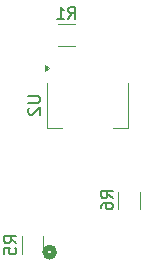
<source format=gbr>
%TF.GenerationSoftware,KiCad,Pcbnew,8.0.4*%
%TF.CreationDate,2024-07-30T10:21:50-04:00*%
%TF.ProjectId,esp32-c3-wroom-socket,65737033-322d-4633-932d-77726f6f6d2d,rev?*%
%TF.SameCoordinates,Original*%
%TF.FileFunction,Legend,Bot*%
%TF.FilePolarity,Positive*%
%FSLAX46Y46*%
G04 Gerber Fmt 4.6, Leading zero omitted, Abs format (unit mm)*
G04 Created by KiCad (PCBNEW 8.0.4) date 2024-07-30 10:21:50*
%MOMM*%
%LPD*%
G01*
G04 APERTURE LIST*
%ADD10C,0.150000*%
%ADD11C,0.508000*%
%ADD12C,0.120000*%
G04 APERTURE END LIST*
D10*
X146654819Y-66588095D02*
X147464342Y-66588095D01*
X147464342Y-66588095D02*
X147559580Y-66635714D01*
X147559580Y-66635714D02*
X147607200Y-66683333D01*
X147607200Y-66683333D02*
X147654819Y-66778571D01*
X147654819Y-66778571D02*
X147654819Y-66969047D01*
X147654819Y-66969047D02*
X147607200Y-67064285D01*
X147607200Y-67064285D02*
X147559580Y-67111904D01*
X147559580Y-67111904D02*
X147464342Y-67159523D01*
X147464342Y-67159523D02*
X146654819Y-67159523D01*
X146750057Y-67588095D02*
X146702438Y-67635714D01*
X146702438Y-67635714D02*
X146654819Y-67730952D01*
X146654819Y-67730952D02*
X146654819Y-67969047D01*
X146654819Y-67969047D02*
X146702438Y-68064285D01*
X146702438Y-68064285D02*
X146750057Y-68111904D01*
X146750057Y-68111904D02*
X146845295Y-68159523D01*
X146845295Y-68159523D02*
X146940533Y-68159523D01*
X146940533Y-68159523D02*
X147083390Y-68111904D01*
X147083390Y-68111904D02*
X147654819Y-67540476D01*
X147654819Y-67540476D02*
X147654819Y-68159523D01*
X150066666Y-60034819D02*
X150399999Y-59558628D01*
X150638094Y-60034819D02*
X150638094Y-59034819D01*
X150638094Y-59034819D02*
X150257142Y-59034819D01*
X150257142Y-59034819D02*
X150161904Y-59082438D01*
X150161904Y-59082438D02*
X150114285Y-59130057D01*
X150114285Y-59130057D02*
X150066666Y-59225295D01*
X150066666Y-59225295D02*
X150066666Y-59368152D01*
X150066666Y-59368152D02*
X150114285Y-59463390D01*
X150114285Y-59463390D02*
X150161904Y-59511009D01*
X150161904Y-59511009D02*
X150257142Y-59558628D01*
X150257142Y-59558628D02*
X150638094Y-59558628D01*
X149114285Y-60034819D02*
X149685713Y-60034819D01*
X149399999Y-60034819D02*
X149399999Y-59034819D01*
X149399999Y-59034819D02*
X149495237Y-59177676D01*
X149495237Y-59177676D02*
X149590475Y-59272914D01*
X149590475Y-59272914D02*
X149685713Y-59320533D01*
X145634819Y-79033333D02*
X145158628Y-78700000D01*
X145634819Y-78461905D02*
X144634819Y-78461905D01*
X144634819Y-78461905D02*
X144634819Y-78842857D01*
X144634819Y-78842857D02*
X144682438Y-78938095D01*
X144682438Y-78938095D02*
X144730057Y-78985714D01*
X144730057Y-78985714D02*
X144825295Y-79033333D01*
X144825295Y-79033333D02*
X144968152Y-79033333D01*
X144968152Y-79033333D02*
X145063390Y-78985714D01*
X145063390Y-78985714D02*
X145111009Y-78938095D01*
X145111009Y-78938095D02*
X145158628Y-78842857D01*
X145158628Y-78842857D02*
X145158628Y-78461905D01*
X144634819Y-79938095D02*
X144634819Y-79461905D01*
X144634819Y-79461905D02*
X145111009Y-79414286D01*
X145111009Y-79414286D02*
X145063390Y-79461905D01*
X145063390Y-79461905D02*
X145015771Y-79557143D01*
X145015771Y-79557143D02*
X145015771Y-79795238D01*
X145015771Y-79795238D02*
X145063390Y-79890476D01*
X145063390Y-79890476D02*
X145111009Y-79938095D01*
X145111009Y-79938095D02*
X145206247Y-79985714D01*
X145206247Y-79985714D02*
X145444342Y-79985714D01*
X145444342Y-79985714D02*
X145539580Y-79938095D01*
X145539580Y-79938095D02*
X145587200Y-79890476D01*
X145587200Y-79890476D02*
X145634819Y-79795238D01*
X145634819Y-79795238D02*
X145634819Y-79557143D01*
X145634819Y-79557143D02*
X145587200Y-79461905D01*
X145587200Y-79461905D02*
X145539580Y-79414286D01*
X153834819Y-75233333D02*
X153358628Y-74900000D01*
X153834819Y-74661905D02*
X152834819Y-74661905D01*
X152834819Y-74661905D02*
X152834819Y-75042857D01*
X152834819Y-75042857D02*
X152882438Y-75138095D01*
X152882438Y-75138095D02*
X152930057Y-75185714D01*
X152930057Y-75185714D02*
X153025295Y-75233333D01*
X153025295Y-75233333D02*
X153168152Y-75233333D01*
X153168152Y-75233333D02*
X153263390Y-75185714D01*
X153263390Y-75185714D02*
X153311009Y-75138095D01*
X153311009Y-75138095D02*
X153358628Y-75042857D01*
X153358628Y-75042857D02*
X153358628Y-74661905D01*
X152834819Y-76090476D02*
X152834819Y-75900000D01*
X152834819Y-75900000D02*
X152882438Y-75804762D01*
X152882438Y-75804762D02*
X152930057Y-75757143D01*
X152930057Y-75757143D02*
X153072914Y-75661905D01*
X153072914Y-75661905D02*
X153263390Y-75614286D01*
X153263390Y-75614286D02*
X153644342Y-75614286D01*
X153644342Y-75614286D02*
X153739580Y-75661905D01*
X153739580Y-75661905D02*
X153787200Y-75709524D01*
X153787200Y-75709524D02*
X153834819Y-75804762D01*
X153834819Y-75804762D02*
X153834819Y-75995238D01*
X153834819Y-75995238D02*
X153787200Y-76090476D01*
X153787200Y-76090476D02*
X153739580Y-76138095D01*
X153739580Y-76138095D02*
X153644342Y-76185714D01*
X153644342Y-76185714D02*
X153406247Y-76185714D01*
X153406247Y-76185714D02*
X153311009Y-76138095D01*
X153311009Y-76138095D02*
X153263390Y-76090476D01*
X153263390Y-76090476D02*
X153215771Y-75995238D01*
X153215771Y-75995238D02*
X153215771Y-75804762D01*
X153215771Y-75804762D02*
X153263390Y-75709524D01*
X153263390Y-75709524D02*
X153311009Y-75661905D01*
X153311009Y-75661905D02*
X153406247Y-75614286D01*
D11*
%TO.C,J3*%
X148854199Y-79799999D02*
G75*
G02*
X148092199Y-79799999I-381000J0D01*
G01*
X148092199Y-79799999D02*
G75*
G02*
X148854199Y-79799999I381000J0D01*
G01*
D12*
%TO.C,U2*%
X155110000Y-69260000D02*
X155110000Y-65500000D01*
X153850000Y-69260000D02*
X155110000Y-69260000D01*
X149550000Y-69260000D02*
X148290000Y-69260000D01*
X148290000Y-69260000D02*
X148290000Y-65500000D01*
X148390000Y-64220000D02*
X148060000Y-64460000D01*
X148060000Y-63980000D01*
X148390000Y-64220000D01*
G36*
X148390000Y-64220000D02*
G01*
X148060000Y-64460000D01*
X148060000Y-63980000D01*
X148390000Y-64220000D01*
G37*
%TO.C,R1*%
X149172936Y-60490000D02*
X150627064Y-60490000D01*
X149172936Y-62310000D02*
X150627064Y-62310000D01*
%TO.C,R5*%
X146090000Y-79927064D02*
X146090000Y-78472936D01*
X147910000Y-79927064D02*
X147910000Y-78472936D01*
%TO.C,R6*%
X154290000Y-76127064D02*
X154290000Y-74672936D01*
X156110000Y-76127064D02*
X156110000Y-74672936D01*
%TD*%
M02*

</source>
